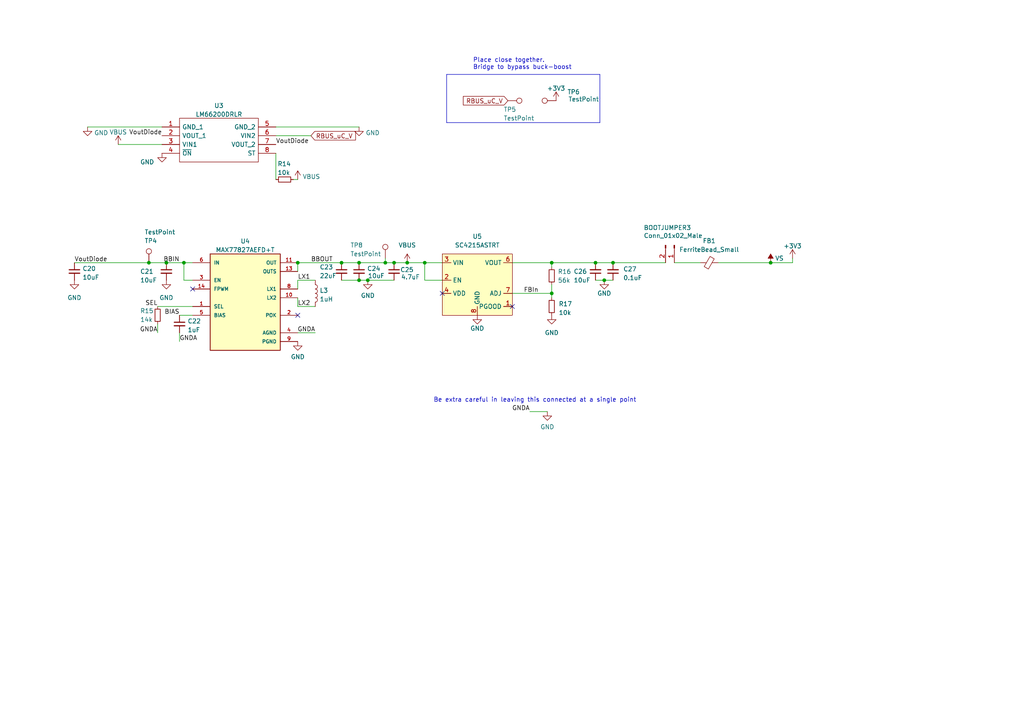
<source format=kicad_sch>
(kicad_sch (version 20231120) (generator "eeschema") (generator_version "8.0")
  (paper "A4")
  (lib_symbols
    (symbol "Connector:Conn_01x02_Male" (pin_names (offset 1.016) hide)
      (property "Reference" "J" (at 0 2.54 0))
      (property "Value" "Conn_01x02_Male" (at 0 -5.08 0))
      (symbol "Conn_01x02_Male_1_1"
        (polyline (pts (xy 1.27 -2.54) (xy 0.8636 -2.54)) (stroke (width 0.1524)))
        (polyline (pts (xy 1.27 0) (xy 0.8636 0)) (stroke (width 0.1524)))
        (rectangle (start 0.8636 -2.413) (end 0 -2.667) (stroke (width 0.1524)) (fill (type outline)))
        (rectangle (start 0.8636 0.127) (end 0 -0.127) (stroke (width 0.1524)) (fill (type outline)))
        (pin passive line (at 5.08 0 180) (length 3.81) (name "Pin_1") (number "1"))
        (pin passive line (at 5.08 -2.54 180) (length 3.81) (name "Pin_2") (number "2"))
      )
    )
    (symbol "Connector:TestPoint" (pin_numbers hide) (pin_names (offset 0.762) hide)
      (property "Reference" "TP" (at 0 6.858 0))
      (property "Value" "TestPoint" (at 0 5.08 0))
      (symbol "TestPoint_0_1"
        (circle (center 0 3.302) (radius 0.762))
      )
      (symbol "TestPoint_1_1"
        (pin passive line (at 0 0 90) (length 2.54) (name "1") (number "1"))
      )
    )
    (symbol "Device:C_Small" (pin_numbers hide) (pin_names (offset 0.254) hide)
      (property "Reference" "C" (at 0.254 1.778 0))
      (property "Value" "C_Small" (at 0.254 -2.032 0))
      (symbol "C_Small_0_1"
        (polyline (pts (xy -1.524 -0.508) (xy 1.524 -0.508)) (stroke (width 0.3302)))
        (polyline (pts (xy -1.524 0.508) (xy 1.524 0.508)) (stroke (width 0.3048)))
      )
      (symbol "C_Small_1_1"
        (pin passive line (at 0 2.54 270) (length 2.032) (name "~") (number "1"))
        (pin passive line (at 0 -2.54 90) (length 2.032) (name "~") (number "2"))
      )
    )
    (symbol "Device:FerriteBead_Small" (pin_numbers hide) (pin_names (offset 0))
      (property "Reference" "FB" (at 1.905 1.27 0))
      (property "Value" "FerriteBead_Small" (at 1.905 -1.27 0))
      (symbol "FerriteBead_Small_0_1"
        (polyline (pts (xy 0 -1.27) (xy 0 -0.7874)))
        (polyline (pts (xy 0 0.889) (xy 0 1.2954)))
        (polyline (pts (xy -1.8288 0.2794) (xy -1.1176 1.4986) (xy 1.8288 -0.2032) (xy 1.1176 -1.4224) (xy -1.8288 0.2794)))
      )
      (symbol "FerriteBead_Small_1_1"
        (pin passive line (at 0 2.54 270) (length 1.27) (name "~") (number "1"))
        (pin passive line (at 0 -2.54 90) (length 1.27) (name "~") (number "2"))
      )
    )
    (symbol "Device:L" (pin_numbers hide) (pin_names (offset 1.016) hide)
      (property "Reference" "L" (at -1.27 0 90))
      (property "Value" "L" (at 1.905 0 90))
      (symbol "L_0_1"
        (arc (start 0 -2.54) (mid 0.6323 -1.905) (end 0 -1.27))
        (arc (start 0 -1.27) (mid 0.6323 -0.635) (end 0 0))
        (arc (start 0 0) (mid 0.6323 0.635) (end 0 1.27))
        (arc (start 0 1.27) (mid 0.6323 1.905) (end 0 2.54))
      )
      (symbol "L_1_1"
        (pin passive line (at 0 3.81 270) (length 1.27) (name "1") (number "1"))
        (pin passive line (at 0 -3.81 90) (length 1.27) (name "2") (number "2"))
      )
    )
    (symbol "Device:R_Small" (pin_numbers hide) (pin_names (offset 0.254) hide)
      (property "Reference" "R" (at 0.762 0.508 0))
      (property "Value" "R_Small" (at 0.762 -1.016 0))
      (symbol "R_Small_0_1"
        (rectangle (start -0.762 1.778) (end 0.762 -1.778) (stroke (width 0.2032)))
      )
      (symbol "R_Small_1_1"
        (pin passive line (at 0 2.54 270) (length 0.762) (name "~") (number "1"))
        (pin passive line (at 0 -2.54 90) (length 0.762) (name "~") (number "2"))
      )
    )
    (symbol "VBUS_1" (power) (pin_numbers hide) (pin_names (offset 0) hide)
      (property "Value" "VBUS" (at 0 3.556 0))
      (symbol "VBUS_1_0_1"
        (polyline (pts (xy -0.762 1.27) (xy 0 2.54)))
        (polyline (pts (xy 0 0) (xy 0 2.54)))
        (polyline (pts (xy 0 2.54) (xy 0.762 1.27)))
      )
      (symbol "VBUS_1_1_1"
        (pin power_in line (at 0 0 90) (length 0) (name "~") (number "1"))
      )
    )
    (symbol "iclr:LM66200DRLR" (pin_names (offset 0.762))
      (property "Reference" "U" (at 29.21 7.62 0))
      (property "Value" "LM66200DRLR" (at 29.21 5.08 0))
      (symbol "LM66200DRLR_0_0"
        (pin passive line (at 0 0 0) (length 5.08) (name "GND_1") (number "1"))
        (pin passive line (at 0 -2.54 0) (length 5.08) (name "VOUT_1") (number "2"))
        (pin passive line (at 0 -5.08 0) (length 5.08) (name "VIN1") (number "3"))
        (pin passive line (at 0 -7.62 0) (length 5.08) (name "~{ON}") (number "4"))
        (pin passive line (at 33.02 0 180) (length 5.08) (name "GND_2") (number "5"))
        (pin passive line (at 33.02 -2.54 180) (length 5.08) (name "VIN2") (number "6"))
        (pin passive line (at 33.02 -5.08 180) (length 5.08) (name "VOUT_2") (number "7"))
        (pin passive line (at 33.02 -7.62 180) (length 5.08) (name "ST") (number "8"))
      )
      (symbol "LM66200DRLR_0_1"
        (polyline (pts (xy 5.08 2.54) (xy 27.94 2.54) (xy 27.94 -10.16) (xy 5.08 -10.16) (xy 5.08 2.54)) (stroke (width 0.1524)))
      )
    )
    (symbol "iclr:MAX77827AEFD+T" (pin_names (offset 1.016))
      (property "Reference" "U?" (at -10.16 13.208 0))
      (property "Value" "MAX77827AEFD+T" (at -10.16 -17.78 0))
      (symbol "MAX77827AEFD+T_0_0"
        (rectangle (start -10.16 -15.24) (end 10.16 12.7) (stroke (width 0.254)) (fill (type background)))
        (pin passive line (at -15.24 -2.54 0) (length 5.08) (name "SEL") (number "1"))
        (pin passive line (at 15.24 0 180) (length 5.08) (name "LX2") (number "10"))
        (pin output line (at 15.24 10.16 180) (length 5.08) (name "OUT") (number "11"))
        (pin input line (at 15.24 7.62 180) (length 5.08) (name "OUTS") (number "13"))
        (pin input line (at -15.24 2.54 0) (length 5.08) (name "FPWM") (number "14"))
        (pin output line (at 15.24 -5.08 180) (length 5.08) (name "POK") (number "2"))
        (pin input line (at -15.24 5.08 0) (length 5.08) (name "EN") (number "3"))
        (pin power_in line (at 15.24 -10.16 180) (length 5.08) (name "AGND") (number "4"))
        (pin passive line (at -15.24 -5.08 0) (length 5.08) (name "BIAS") (number "5"))
        (pin input line (at -15.24 10.16 0) (length 5.08) (name "IN") (number "6"))
        (pin passive line (at 15.24 2.54 180) (length 5.08) (name "LX1") (number "8"))
        (pin power_in line (at 15.24 -12.7 180) (length 5.08) (name "PGND") (number "9"))
      )
    )
    (symbol "iclr:SC4215ASTRT"
      (property "Reference" "U5" (at 0 4.8428 0))
      (property "Value" "SC4215" (at 0 2.3059 0))
      (symbol "SC4215ASTRT_1_1"
        (rectangle (start -10.16 1.27) (end 10.16 -16.51) (fill (type background)))
        (pin output line (at 10.16 -13.97 180) (length 2.54) (name "PGOOD") (number "1"))
        (pin input line (at -10.16 -6.35 0) (length 2.54) (name "EN") (number "2"))
        (pin power_in line (at -10.16 -1.27 0) (length 2.54) (name "VIN") (number "3"))
        (pin input line (at -10.16 -10.16 0) (length 2.54) (name "VDD") (number "4"))
        (pin no_connect line (at -10.16 -15.24 0) (length 2.54) hide (name "NC") (number "5"))
        (pin power_out line (at 10.16 -1.27 180) (length 2.54) (name "VOUT") (number "6"))
        (pin input line (at 10.16 -10.16 180) (length 2.54) (name "ADJ") (number "7"))
        (pin power_out line (at 0 -16.51 90) (length 2.54) (name "GND") (number "8"))
        (pin power_out line (at 0 -16.51 90) (length 2.54) hide (name "GND") (number "9"))
      )
    )
    (symbol "power:+3.3V" (power) (pin_names (offset 0))
      (property "Value" "+3.3V" (at 0 3.556 0))
      (symbol "+3.3V_0_1"
        (polyline (pts (xy -0.762 1.27) (xy 0 2.54)))
        (polyline (pts (xy 0 0) (xy 0 2.54)))
        (polyline (pts (xy 0 2.54) (xy 0.762 1.27)))
      )
      (symbol "+3.3V_1_1"
        (pin power_in line (at 0 0 90) (length 0) hide (name "+3V3") (number "1"))
      )
    )
    (symbol "power:GND" (power) (pin_names (offset 0))
      (property "Value" "GND" (at 0 -3.81 0))
      (symbol "GND_0_1"
        (polyline (pts (xy 0 0) (xy 0 -1.27) (xy 1.27 -1.27) (xy 0 -2.54) (xy -1.27 -1.27) (xy 0 -1.27)))
      )
      (symbol "GND_1_1"
        (pin power_in line (at 0 0 270) (length 0) hide (name "GND") (number "1"))
      )
    )
    (symbol "power:VBUS" (power) (pin_names (offset 0))
      (property "Value" "VBUS" (at 0 3.81 0))
      (symbol "VBUS_0_1"
        (polyline (pts (xy -0.762 1.27) (xy 0 2.54)))
        (polyline (pts (xy 0 0) (xy 0 2.54)))
        (polyline (pts (xy 0 2.54) (xy 0.762 1.27)))
      )
      (symbol "VBUS_1_1"
        (pin power_in line (at 0 0 90) (length 0) hide (name "VBUS") (number "1"))
      )
    )
    (symbol "power:VS" (power) (pin_numbers hide) (pin_names (offset 0) hide)
      (property "Value" "VS" (at 0 3.556 0))
      (symbol "VS_0_1"
        (polyline (pts (xy 0 0) (xy 0 2.54)))
        (polyline (pts (xy 0.762 1.27) (xy -0.762 1.27) (xy 0 2.54) (xy 0.762 1.27)) (fill (type outline)))
      )
      (symbol "VS_1_1"
        (pin power_in line (at 0 0 90) (length 0) (name "~") (number "1"))
      )
    )
  )
  (junction (at 104.14 76.2))
  (junction (at 160.02 76.2))
  (junction (at 111.76 76.2))
  (junction (at 106.68 81.28))
  (junction (at 223.52 76.2))
  (junction (at 48.26 76.2))
  (junction (at 118.11 76.2))
  (junction (at 172.72 76.2))
  (junction (at 114.3 76.2))
  (junction (at 175.26 81.28))
  (junction (at 123.19 76.2))
  (junction (at 86.36 76.2))
  (junction (at 43.18 76.2))
  (junction (at 160.02 85.09))
  (junction (at 53.34 76.2))
  (junction (at 99.06 76.2))
  (junction (at 177.8 76.2))
  (junction (at 104.14 81.28))
  (no_connect (at 86.36 91.44))
  (no_connect (at 55.88 83.82))
  (no_connect (at 128.27 85.09))
  (no_connect (at 148.59 88.9))
  (wire (pts (xy 195.58 76.2) (xy 203.2 76.2)))
  (wire (pts (xy 80.01 52.07) (xy 80.01 44.45)))
  (polyline (pts (xy 129.54 21.59) (xy 129.54 35.56)))
  (wire (pts (xy 53.34 81.28) (xy 55.88 81.28)))
  (wire (pts (xy 104.14 36.83) (xy 80.01 36.83)))
  (wire (pts (xy 86.36 76.2) (xy 99.06 76.2)))
  (wire (pts (xy 99.06 76.2) (xy 104.14 76.2)))
  (wire (pts (xy 160.02 76.2) (xy 160.02 77.47)))
  (wire (pts (xy 86.36 81.28) (xy 91.44 81.28)))
  (wire (pts (xy 223.52 76.2) (xy 229.87 76.2)))
  (wire (pts (xy 99.06 81.28) (xy 104.14 81.28)))
  (wire (pts (xy 148.59 76.2) (xy 160.02 76.2)))
  (wire (pts (xy 86.36 88.9) (xy 86.36 86.36)))
  (wire (pts (xy 114.3 76.2) (xy 118.11 76.2)))
  (wire (pts (xy 45.72 88.9) (xy 55.88 88.9)))
  (wire (pts (xy 86.36 96.52) (xy 91.44 96.52)))
  (wire (pts (xy 111.76 76.2) (xy 114.3 76.2)))
  (wire (pts (xy 160.02 82.55) (xy 160.02 85.09)))
  (wire (pts (xy 86.36 83.82) (xy 86.36 81.28)))
  (wire (pts (xy 229.87 76.2) (xy 229.87 74.93)))
  (wire (pts (xy 111.76 74.93) (xy 111.76 76.2)))
  (wire (pts (xy 104.14 76.2) (xy 111.76 76.2)))
  (wire (pts (xy 208.28 76.2) (xy 223.52 76.2)))
  (wire (pts (xy 172.72 81.28) (xy 175.26 81.28)))
  (wire (pts (xy 53.34 76.2) (xy 53.34 81.28)))
  (wire (pts (xy 118.11 76.2) (xy 123.19 76.2)))
  (wire (pts (xy 43.18 76.2) (xy 48.26 76.2)))
  (wire (pts (xy 106.68 81.28) (xy 114.3 81.28)))
  (wire (pts (xy 45.72 96.52) (xy 45.72 93.98)))
  (wire (pts (xy 128.27 81.28) (xy 123.19 81.28)))
  (wire (pts (xy 148.59 85.09) (xy 160.02 85.09)))
  (wire (pts (xy 91.44 88.9) (xy 86.36 88.9)))
  (wire (pts (xy 175.26 81.28) (xy 177.8 81.28)))
  (wire (pts (xy 25.4 36.83) (xy 46.99 36.83)))
  (wire (pts (xy 34.29 41.91) (xy 46.99 41.91)))
  (wire (pts (xy 21.59 76.2) (xy 43.18 76.2)))
  (wire (pts (xy 106.68 81.28) (xy 104.14 81.28)))
  (polyline (pts (xy 173.99 35.56) (xy 129.54 35.56)))
  (polyline (pts (xy 173.99 21.59) (xy 173.99 35.56)))
  (wire (pts (xy 153.67 119.38) (xy 158.75 119.38)))
  (wire (pts (xy 48.26 76.2) (xy 53.34 76.2)))
  (wire (pts (xy 86.36 52.07) (xy 85.09 52.07)))
  (polyline (pts (xy 129.54 21.59) (xy 173.99 21.59)))
  (wire (pts (xy 86.36 78.74) (xy 86.36 76.2)))
  (wire (pts (xy 52.07 91.44) (xy 55.88 91.44)))
  (wire (pts (xy 172.72 76.2) (xy 177.8 76.2)))
  (wire (pts (xy 53.34 76.2) (xy 55.88 76.2)))
  (wire (pts (xy 90.17 39.37) (xy 80.01 39.37)))
  (wire (pts (xy 160.02 85.09) (xy 160.02 86.36)))
  (wire (pts (xy 123.19 81.28) (xy 123.19 76.2)))
  (wire (pts (xy 123.19 76.2) (xy 128.27 76.2)))
  (wire (pts (xy 177.8 76.2) (xy 193.04 76.2)))
  (wire (pts (xy 160.02 76.2) (xy 172.72 76.2)))
  (wire (pts (xy 52.07 99.06) (xy 52.07 96.52)))
  (text "Place close together.\nBridge to bypass buck-boost\n" (at 137.16 20.32 0) (effects (font (size 1.27 1.27)) (justify left bottom)))
  (text "Be extra careful in leaving this connected at a single point\n" (at 125.73 116.84 0) (effects (font (size 1.27 1.27)) (justify left bottom)))
  (label "VoutDiode" (at 80.01 41.91 0))
  (label "GNDA" (at 52.07 99.06 0))
  (label "VoutDiode" (at 46.99 39.37 180))
  (label "FBIn" (at 156.21 85.09 180))
  (label "BIAS" (at 52.07 91.44 180))
  (label "LX2" (at 86.36 88.9 0))
  (label "GNDA" (at 153.67 119.38 180))
  (label "GNDA" (at 45.72 96.52 180))
  (label "SEL" (at 45.72 88.9 180))
  (label "VoutDiode" (at 21.59 76.2 0))
  (label "GNDA" (at 91.44 96.52 180))
  (label "BBOUT" (at 90.17 76.2 0))
  (label "LX1" (at 86.36 81.28 0))
  (label "BBIN" (at 52.07 76.2 180))
  (global_label "RBUS_uC_V" (shape input) (at 147.32 29.21 180) (property "Intersheetrefs" "${INTERSHEET_REFS}" (effects (hide yes))))
  (global_label "RBUS_uC_V" (shape input) (at 90.17 39.37 0) (property "Intersheetrefs" "${INTERSHEET_REFS}" (effects (hide yes))))
  (symbol (lib_id "power:+3.3V") (at 161.29 29.21 0) (unit 1)
    (property "Reference" "#PWR043" (effects (hide yes)))
    (property "Value" "+3V3" (at 161.29 25.6342 0))
  )
  (symbol (lib_id "iclr:LM66200DRLR") (at 46.99 36.83 0) (unit 1)
    (property "Reference" "U3" (at 63.5 30.641 0))
    (property "Value" "LM66200DRLR" (at 63.5 33.1779 0))
    (property "Footprint" "footprints:SOTFL50P160X60-8N" (effects (hide yes)))
    (property "Datasheet" "https://www.ti.com/lit/gpn/lm66200" (effects (hide yes)))
    (property "Description" "1.6-V to 5.5-V, 40-m, 2.5-A, low-IQ, dual ideal diode" (effects (hide yes)))
    (property "Height" "0.6" (effects (hide yes)))
    (property "Manufacturer_Name" "Texas Instruments" (effects (hide yes)))
    (property "Manufacturer_Part_Number" "LM66200DRLR" (effects (hide yes)))
    (property "Mouser Part Number" "595-LM66200DRLR" (effects (hide yes)))
    (property "Mouser Price/Stock" "https://www.mouser.co.uk/ProductDetail/Texas-Instruments/LM66200DRLR?qs=Rp5uXu7WBW90hnpZAkIOdQ%3D%3D" (effects (hide yes)))
    (property "Arrow Part Number" "LM66200DRLR" (effects (hide yes)))
    (property "Arrow Price/Stock" "https://www.arrow.com/en/products/lm66200drlr/texas-instruments?region=nac" (effects (hide yes)))
  )
  (symbol (lib_id "Connector:TestPoint") (at 111.76 74.93 0) (unit 1)
    (property "Reference" "TP8" (at 101.6 71.12 0) (effects (justify left)))
    (property "Value" "TestPoint" (at 101.6 73.6569 0) (effects (justify left)))
    (property "Footprint" "TestPoint:TestPoint_Pad_D1.5mm" (effects (hide yes)))
  )
  (symbol (lib_id "Device:R_Small") (at 45.72 91.44 0) (unit 1)
    (property "Reference" "R15" (at 40.64 90.17 0) (effects (justify left)))
    (property "Value" "14k" (at 40.64 92.7069 0) (effects (justify left)))
    (property "Footprint" "Resistor_SMD:R_0402_1005Metric" (effects (hide yes)))
  )
  (symbol (lib_id "Device:C_Small") (at 177.8 78.74 180) (unit 1)
    (property "Reference" "C27" (at 180.7583 78.0454 0) (effects (justify right)))
    (property "Value" "0.1uF" (at 180.7583 80.5854 0) (effects (justify right)))
    (property "Footprint" "Capacitor_SMD:C_0402_1005Metric" (effects (hide yes)))
  )
  (symbol (lib_id "Connector:TestPoint") (at 147.32 29.21 270) (unit 1)
    (property "Reference" "TP5" (at 146.05 31.75 90) (effects (justify left)))
    (property "Value" "TestPoint" (at 146.05 34.2869 90) (effects (justify left)))
    (property "Footprint" "TestPoint:TestPoint_Pad_D1.5mm" (effects (hide yes)))
  )
  (symbol (lib_id "Device:C_Small") (at 104.14 78.74 0) (unit 1)
    (property "Reference" "C24" (at 106.4641 77.9116 0) (effects (justify left)))
    (property "Value" "10uF" (at 106.68 80.01 0) (effects (justify left)))
    (property "Footprint" "Capacitor_SMD:C_0402_1005Metric" (effects (hide yes)))
  )
  (symbol (lib_id "power:VBUS") (at 34.29 41.91 0) (unit 1)
    (property "Reference" "#PWR036" (effects (hide yes)))
    (property "Value" "VBUS" (at 34.29 38.3342 0))
  )
  (symbol (lib_id "Device:L") (at 91.44 85.09 0) (unit 1)
    (property "Reference" "L3" (at 92.71 84.2553 0) (effects (justify left)))
    (property "Value" "1uH" (at 92.71 86.7922 0) (effects (justify left)))
    (property "Footprint" "Inductor_SMD:L_0805_2012Metric" (effects (hide yes)))
  )
  (symbol (lib_id "Device:R_Small") (at 82.55 52.07 270) (unit 1)
    (property "Reference" "R14" (at 80.4811 47.5279 90) (effects (justify left)))
    (property "Value" "10k" (at 80.4811 50.0679 90) (effects (justify left)))
    (property "Footprint" "Resistor_SMD:R_0402_1005Metric" (effects (hide yes)))
  )
  (symbol (lib_id "Connector:TestPoint") (at 43.18 76.2 0) (unit 1)
    (property "Reference" "TP4" (at 41.91 69.85 0) (effects (justify left)))
    (property "Value" "TestPoint" (at 41.91 67.3131 0) (effects (justify left)))
    (property "Footprint" "TestPoint:TestPoint_Pad_D1.5mm" (effects (hide yes)))
  )
  (symbol (lib_id "Device:R_Small") (at 160.02 88.9 0) (unit 1)
    (property "Reference" "R17" (at 162.034 88.1497 0) (effects (justify left)))
    (property "Value" "10k" (at 162.034 90.6897 0) (effects (justify left)))
    (property "Footprint" "Resistor_SMD:R_0402_1005Metric" (effects (hide yes)))
  )
  (symbol (lib_id "power:GND") (at 106.68 81.28 0) (unit 1)
    (property "Reference" "#PWR045" (effects (hide yes)))
    (property "Value" "GND" (at 106.68 85.7234 0))
  )
  (symbol (lib_id "Device:C_Small") (at 48.26 78.74 0) (unit 1)
    (property "Reference" "C21" (at 40.64 78.74 0) (effects (justify left)))
    (property "Value" "10uF" (at 40.64 81.2769 0) (effects (justify left)))
    (property "Footprint" "Capacitor_SMD:C_0603_1608Metric" (effects (hide yes)))
  )
  (symbol (lib_id "power:VS") (at 223.52 76.2 0) (unit 1)
    (property "Reference" "#PWR016" (effects (hide yes)))
    (property "Value" "VS" (at 226.06 74.93 0))
    (property "Description" "Power symbol creates a global label with name \"VS\"" (effects (hide yes)))
  )
  (symbol (lib_id "power:GND") (at 21.59 81.28 0) (unit 1)
    (property "Reference" "#PWR039" (effects (hide yes)))
    (property "Value" "GND" (at 21.59 86.36 0))
  )
  (symbol (lib_id "power:GND") (at 175.26 81.28 0) (unit 1)
    (property "Reference" "#PWR050" (effects (hide yes)))
    (property "Value" "GND" (at 175.26 85.09 0))
  )
  (symbol (lib_name "VBUS_1") (lib_id "power:VBUS") (at 118.11 76.2 0) (unit 1)
    (property "Reference" "#PWR073" (effects (hide yes)))
    (property "Value" "VBUS" (at 118.11 71.12 0))
    (property "Description" "Power symbol creates a global label with name \"VBUS\"" (effects (hide yes)))
  )
  (symbol (lib_id "power:GND") (at 138.43 91.44 0) (unit 1)
    (property "Reference" "#PWR047" (effects (hide yes)))
    (property "Value" "GND" (at 138.43 95.25 0))
  )
  (symbol (lib_id "Device:C_Small") (at 172.72 78.74 180) (unit 1)
    (property "Reference" "C26" (at 166.37 78.74 0) (effects (justify right)))
    (property "Value" "10uF" (at 166.37 81.28 0) (effects (justify right)))
    (property "Footprint" "Capacitor_SMD:C_0402_1005Metric" (effects (hide yes)))
  )
  (symbol (lib_id "power:GND") (at 48.26 81.28 0) (unit 1)
    (property "Reference" "#PWR041" (effects (hide yes)))
    (property "Value" "GND" (at 48.26 86.36 0))
  )
  (symbol (lib_id "Connector:TestPoint") (at 161.29 29.21 90) (unit 1)
    (property "Reference" "TP6" (at 166.37 26.67 90))
    (property "Value" "TestPoint" (at 169.291 28.7716 90))
    (property "Footprint" "TestPoint:TestPoint_Pad_D1.5mm" (effects (hide yes)))
  )
  (symbol (lib_id "Connector:Conn_01x02_Male") (at 195.58 71.12 270) (unit 1)
    (property "Reference" "BOOTJUMPER3" (at 186.69 66.04 90) (effects (justify left)))
    (property "Value" "Conn_01x02_Male" (at 186.69 68.3514 90) (effects (justify left)))
    (property "Footprint" "Connector_PinHeader_2.54mm:PinHeader_1x02_P2.54mm_Vertical" (effects (hide yes)))
  )
  (symbol (lib_id "iclr:SC4215ASTRT") (at 138.43 74.93 0) (unit 1)
    (property "Reference" "U5" (at 138.43 68.58 0))
    (property "Value" "SC4215ASTRT" (at 138.43 71.12 0))
    (property "Footprint" "footprints:SOIC127P599X175-9N" (effects (hide yes)))
  )
  (symbol (lib_id "Device:C_Small") (at 21.59 78.74 0) (unit 1)
    (property "Reference" "C20" (at 23.9141 77.9116 0) (effects (justify left)))
    (property "Value" "10uF" (at 23.9141 80.4485 0) (effects (justify left)))
    (property "Footprint" "Capacitor_SMD:C_0402_1005Metric" (effects (hide yes)))
  )
  (symbol (lib_id "iclr:MAX77827AEFD+T") (at 71.12 86.36 0) (unit 1)
    (property "Reference" "U4" (at 71.12 69.9602 0))
    (property "Value" "MAX77827AEFD+T" (at 71.12 72.4971 0))
    (property "Footprint" "footprints:CONV_MAX77827AEFD+T" (effects (hide yes)))
    (property "MANUFACTURER" "Maxim Integrated" (effects (hide yes)))
    (property "MAXIMUM_PACKAGE_HEIGHT" "0.6mm" (effects (hide yes)))
    (property "PARTREV" "B" (effects (hide yes)))
    (property "STANDARD" "Manufacturer Recommended" (effects (hide yes)))
  )
  (symbol (lib_id "power:VBUS") (at 86.36 52.07 0) (unit 1)
    (property "Reference" "#PWR038" (effects (hide yes)))
    (property "Value" "VBUS" (at 87.757 51.2338 0) (effects (justify left)))
  )
  (symbol (lib_id "power:GND") (at 160.02 91.44 0) (unit 1)
    (property "Reference" "#PWR048" (effects (hide yes)))
    (property "Value" "GND" (at 160.02 96.52 0))
  )
  (symbol (lib_id "power:GND") (at 86.36 99.06 0) (unit 1)
    (property "Reference" "#PWR044" (effects (hide yes)))
    (property "Value" "GND" (at 86.36 103.5034 0))
  )
  (symbol (lib_id "power:GND") (at 25.4 36.83 0) (unit 1)
    (property "Reference" "#PWR035" (effects (hide yes)))
    (property "Value" "GND" (at 27.305 38.5338 0) (effects (justify left)))
  )
  (symbol (lib_id "Device:C_Small") (at 114.3 78.74 0) (unit 1)
    (property "Reference" "C25" (at 116.0836 78.2468 0) (effects (justify left)))
    (property "Value" "4.7uF" (at 116.2995 80.3452 0) (effects (justify left)))
    (property "Footprint" "Capacitor_SMD:C_0402_1005Metric" (effects (hide yes)))
  )
  (symbol (lib_id "Device:C_Small") (at 99.06 78.74 0) (unit 1)
    (property "Reference" "C23" (at 92.71 77.4731 0) (effects (justify left)))
    (property "Value" "22uF" (at 92.71 80.01 0) (effects (justify left)))
    (property "Footprint" "Capacitor_SMD:C_0603_1608Metric" (effects (hide yes)))
  )
  (symbol (lib_id "power:GND") (at 46.99 44.45 0) (unit 1)
    (property "Reference" "#PWR037" (effects (hide yes)))
    (property "Value" "GND" (at 40.64 46.99 0) (effects (justify left)))
  )
  (symbol (lib_id "Device:R_Small") (at 160.02 80.01 0) (unit 1)
    (property "Reference" "R16" (at 161.7767 78.7805 0) (effects (justify left)))
    (property "Value" "56k" (at 161.7767 81.3205 0) (effects (justify left)))
    (property "Footprint" "Resistor_SMD:R_0402_1005Metric" (effects (hide yes)))
  )
  (symbol (lib_id "power:+3.3V") (at 229.87 74.93 0) (unit 1)
    (property "Reference" "#PWR028" (effects (hide yes)))
    (property "Value" "+3V3" (at 229.87 71.3542 0))
  )
  (symbol (lib_id "power:GND") (at 104.14 36.83 0) (unit 1)
    (property "Reference" "#PWR040" (effects (hide yes)))
    (property "Value" "GND" (at 106.045 38.5338 0) (effects (justify left)))
  )
  (symbol (lib_id "Device:C_Small") (at 52.07 93.98 0) (unit 1)
    (property "Reference" "C22" (at 54.3941 93.1516 0) (effects (justify left)))
    (property "Value" "1uF" (at 54.3941 95.6885 0) (effects (justify left)))
    (property "Footprint" "Capacitor_SMD:C_0402_1005Metric" (effects (hide yes)))
  )
  (symbol (lib_id "Device:FerriteBead_Small") (at 205.74 76.2 90) (unit 1)
    (property "Reference" "FB1" (at 205.7019 69.85 90))
    (property "Value" "FerriteBead_Small" (at 205.7019 72.39 90))
    (property "Footprint" "Inductor_SMD:L_0603_1608Metric" (effects (hide yes)))
    (property "Description" "Ferrite bead, small symbol" (effects (hide yes)))
  )
  (symbol (lib_id "power:GND") (at 158.75 119.38 0) (unit 1)
    (property "Reference" "#PWR042" (effects (hide yes)))
    (property "Value" "GND" (at 158.75 123.8234 0))
  )
)
</source>
